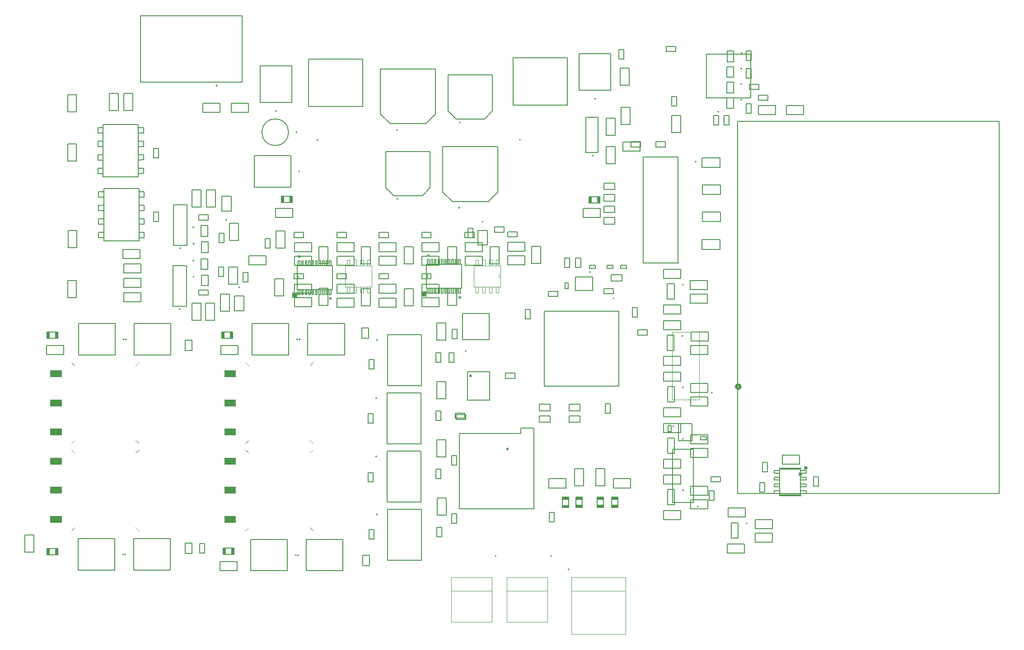
<source format=gbr>
%TF.GenerationSoftware,Altium Limited,Altium Designer,22.2.1 (43)*%
G04 Layer_Color=16711935*
%FSLAX44Y44*%
%MOMM*%
%TF.SameCoordinates,040CE2E0-B857-4D47-B26F-9B72162B56B4*%
%TF.FilePolarity,Positive*%
%TF.FileFunction,Other,Mechanical_13*%
%TF.Part,Single*%
G01*
G75*
%TA.AperFunction,NonConductor*%
%ADD95C,0.2000*%
%ADD96C,0.5080*%
%ADD97C,0.3000*%
%ADD98C,0.1270*%
%ADD144C,0.1524*%
%ADD146C,0.0508*%
%ADD183C,0.0000*%
%ADD184C,0.1000*%
%ADD186C,0.2649*%
G36*
X770730Y964280D02*
X765730D01*
Y976280D01*
X770730D01*
Y964280D01*
D02*
G37*
G36*
X755730D02*
X750730D01*
Y976280D01*
X755730D01*
Y964280D01*
D02*
G37*
G36*
X1347310Y963010D02*
X1342310D01*
Y975010D01*
X1347310D01*
Y963010D01*
D02*
G37*
G36*
X1332310D02*
X1327310D01*
Y975010D01*
X1332310D01*
Y963010D01*
D02*
G37*
G36*
X658970Y709010D02*
X653970D01*
Y721010D01*
X658970D01*
Y709010D01*
D02*
G37*
G36*
X643970D02*
X638970D01*
Y721010D01*
X643970D01*
Y709010D01*
D02*
G37*
G36*
X331310D02*
X326310D01*
Y721010D01*
X331310D01*
Y709010D01*
D02*
G37*
G36*
X316310D02*
X311310D01*
Y721010D01*
X316310D01*
Y709010D01*
D02*
G37*
G36*
X665480Y636270D02*
X643890D01*
Y648970D01*
X665480D01*
Y636270D01*
D02*
G37*
G36*
X339090D02*
X317500D01*
Y648970D01*
X339090D01*
Y636270D01*
D02*
G37*
G36*
X665480Y581660D02*
X643890D01*
Y594360D01*
X665480D01*
Y581660D01*
D02*
G37*
G36*
X339090D02*
X317500D01*
Y594360D01*
X339090D01*
Y581660D01*
D02*
G37*
G36*
X665480Y527050D02*
X643890D01*
Y539750D01*
X665480D01*
Y527050D01*
D02*
G37*
G36*
X339090D02*
X317500D01*
Y539750D01*
X339090D01*
Y527050D01*
D02*
G37*
G36*
X665480Y472440D02*
X643890D01*
Y485140D01*
X665480D01*
Y472440D01*
D02*
G37*
G36*
X339090D02*
X317500D01*
Y485140D01*
X339090D01*
Y472440D01*
D02*
G37*
G36*
X665480Y417830D02*
X643890D01*
Y430530D01*
X665480D01*
Y417830D01*
D02*
G37*
G36*
X339090D02*
X317500D01*
Y430530D01*
X339090D01*
Y417830D01*
D02*
G37*
G36*
X1381410Y406430D02*
X1369410D01*
Y411430D01*
X1381410D01*
Y406430D01*
D02*
G37*
G36*
X1314910D02*
X1302910D01*
Y411430D01*
X1314910D01*
Y406430D01*
D02*
G37*
G36*
X1354740Y406430D02*
X1342740D01*
Y411430D01*
X1354740D01*
Y406430D01*
D02*
G37*
G36*
X1289510Y406320D02*
X1277510D01*
Y411320D01*
X1289510D01*
Y406320D01*
D02*
G37*
G36*
X1381410Y391430D02*
X1369410D01*
Y396430D01*
X1381410D01*
Y391430D01*
D02*
G37*
G36*
X1314910D02*
X1302910D01*
Y396430D01*
X1314910D01*
Y391430D01*
D02*
G37*
G36*
X1354740Y391430D02*
X1342740D01*
Y396430D01*
X1354740D01*
Y391430D01*
D02*
G37*
G36*
X1289510Y391320D02*
X1277510D01*
Y396320D01*
X1289510D01*
Y391320D01*
D02*
G37*
G36*
X665480Y363220D02*
X643890D01*
Y375920D01*
X665480D01*
Y363220D01*
D02*
G37*
G36*
X339090D02*
X317500D01*
Y375920D01*
X339090D01*
Y363220D01*
D02*
G37*
G36*
X661510Y303880D02*
X656510D01*
Y315880D01*
X661510D01*
Y303880D01*
D02*
G37*
G36*
X646510D02*
X641510D01*
Y315880D01*
X646510D01*
Y303880D01*
D02*
G37*
G36*
X331420Y302610D02*
X326420D01*
Y314610D01*
X331420D01*
Y302610D01*
D02*
G37*
G36*
X316420D02*
X311420D01*
Y314610D01*
X316420D01*
Y302610D01*
D02*
G37*
D95*
X1504400Y423949D02*
G03*
X1504400Y423949I-1000J0D01*
G01*
X1623780Y361719D02*
G03*
X1623780Y361719I-1000J0D01*
G01*
X1374180Y784010D02*
G03*
X1374180Y784010I-1000J0D01*
G01*
X1528260Y1040960D02*
G03*
X1528260Y1040960I-1000J0D01*
G01*
X1290130Y275590D02*
G03*
X1290130Y275590I-1000J0D01*
G01*
X1128760Y928040D02*
G03*
X1128760Y928040I-1000J0D01*
G01*
X630310Y1183710D02*
G03*
X630310Y1183710I-1000J0D01*
G01*
X1257180Y300450D02*
G03*
X1257180Y300450I-1000J0D01*
G01*
X1153040D02*
G03*
X1153040Y300450I-1000J0D01*
G01*
X1097060Y685020D02*
G03*
X1097060Y685020I-1000J0D01*
G01*
X930710Y706020D02*
G03*
X930710Y706020I-1000J0D01*
G01*
X1504320Y520468D02*
G03*
X1504320Y520468I-1000J0D01*
G01*
Y616988D02*
G03*
X1504320Y616988I-1000J0D01*
G01*
X1503490Y713508D02*
G03*
X1503490Y713508I-1000J0D01*
G01*
X1503960Y810029D02*
G03*
X1503960Y810029I-1000J0D01*
G01*
X1614284Y1244900D02*
G03*
X1614284Y1244900I-1000J0D01*
G01*
X587060Y824380D02*
G03*
X587060Y824380I-1000J0D01*
G01*
X586500Y854860D02*
G03*
X586500Y854860I-1000J0D01*
G01*
X587060Y886610D02*
G03*
X587060Y886610I-1000J0D01*
G01*
X586500Y917240D02*
G03*
X586500Y917240I-1000J0D01*
G01*
X1570720Y1134520D02*
G03*
X1570720Y1134520I-1000J0D01*
G01*
X785060Y1022350D02*
G03*
X785060Y1022350I-1000J0D01*
G01*
X1084900Y954270D02*
G03*
X1084900Y954270I-1000J0D01*
G01*
X969060Y970540D02*
G03*
X969060Y970540I-1000J0D01*
G01*
X1335770Y1051820D02*
G03*
X1335770Y1051820I-1000J0D01*
G01*
X1339580Y1159040D02*
G03*
X1339580Y1159040I-1000J0D01*
G01*
X1558760Y607060D02*
G03*
X1558760Y607060I-1000J0D01*
G01*
X1486490Y544400D02*
G03*
X1486490Y544400I-1000J0D01*
G01*
X1532180Y393300D02*
G03*
X1532180Y393300I-1000J0D01*
G01*
X672830Y804850D02*
G03*
X672830Y804850I-1000J0D01*
G01*
X561070Y764020D02*
G03*
X561070Y764020I-1000J0D01*
G01*
X562340Y878320D02*
G03*
X562340Y878320I-1000J0D01*
G01*
X648700Y931750D02*
G03*
X648700Y931750I-1000J0D01*
G01*
X1198710Y1082210D02*
G03*
X1198710Y1082210I-1000J0D01*
G01*
X1085900Y1114050D02*
G03*
X1085900Y1114050I-1000J0D01*
G01*
X968060Y1100420D02*
G03*
X968060Y1100420I-1000J0D01*
G01*
X819170Y1081440D02*
G03*
X819170Y1081440I-1000J0D01*
G01*
X779770Y1096010D02*
G03*
X779770Y1096010I-1000J0D01*
G01*
X741410Y1136180D02*
G03*
X741410Y1136180I-1000J0D01*
G01*
X460270Y707390D02*
G03*
X460270Y707390I-1000J0D01*
G01*
X456130D02*
G03*
X456130Y707390I-1000J0D01*
G01*
X782850Y302260D02*
G03*
X782850Y302260I-1000J0D01*
G01*
X778710D02*
G03*
X778710Y302260I-1000J0D01*
G01*
X459000Y303530D02*
G03*
X459000Y303530I-1000J0D01*
G01*
X454860D02*
G03*
X454860Y303530I-1000J0D01*
G01*
X929440Y596800D02*
G03*
X929440Y596800I-1000J0D01*
G01*
Y487580D02*
G03*
X929440Y487580I-1000J0D01*
G01*
X930710Y378360D02*
G03*
X930710Y378360I-1000J0D01*
G01*
X1613724Y1157120D02*
G03*
X1613724Y1157120I-1000J0D01*
G01*
Y1186330D02*
G03*
X1613724Y1186330I-1000J0D01*
G01*
Y1215540D02*
G03*
X1613724Y1215540I-1000J0D01*
G01*
X1330260Y833530D02*
G03*
X1330260Y833530I-1000J0D01*
G01*
X781250Y707390D02*
G03*
X781250Y707390I-1000J0D01*
G01*
X785630D02*
G03*
X785630Y707390I-1000J0D01*
G01*
X1327310Y975010D02*
X1347310D01*
Y963010D02*
Y975010D01*
X1327310Y963010D02*
X1347310D01*
X1327310D02*
Y975010D01*
X750730Y964280D02*
Y976280D01*
Y964280D02*
X770730D01*
Y976280D01*
X750730D02*
X770730D01*
X658970Y709010D02*
Y721010D01*
X638970D02*
X658970D01*
X638970Y709010D02*
Y721010D01*
Y709010D02*
X658970D01*
X331310D02*
Y721010D01*
X311310D02*
X331310D01*
X311310Y709010D02*
Y721010D01*
Y709010D02*
X331310D01*
X311420Y302610D02*
X331420D01*
X311420D02*
Y314610D01*
X331420D01*
Y302610D02*
Y314610D01*
X641510Y303880D02*
X661510D01*
X641510D02*
Y315880D01*
X661510D01*
Y303880D02*
Y315880D01*
X1369411Y391430D02*
X1381411D01*
Y411430D01*
X1369411D02*
X1381411D01*
X1369411Y391430D02*
Y411430D01*
X1342740Y391430D02*
X1354740D01*
Y411430D01*
X1342740D02*
X1354740D01*
X1342740Y391430D02*
Y411430D01*
X1302910Y391430D02*
X1314910D01*
Y411430D01*
X1302910D02*
X1314910D01*
X1302910Y391430D02*
Y411430D01*
X1277510Y391320D02*
X1289510D01*
Y411320D01*
X1277510D02*
X1289510D01*
X1277510Y391320D02*
Y411320D01*
D96*
X1607058Y622300D02*
G03*
X1607058Y614680I0J-3810D01*
G01*
D02*
G03*
X1607058Y622300I0J3810D01*
G01*
D97*
X1106210Y638760D02*
G03*
X1106210Y638760I-1000J0D01*
G01*
X1175430Y501820D02*
G03*
X1175430Y501820I-1000J0D01*
G01*
D98*
X764140Y1096010D02*
G03*
X764140Y1096010I-25000J0D01*
G01*
X1516890Y817490D02*
X1548890D01*
X1516890Y800490D02*
X1548890Y800490D01*
Y817490D01*
X1516890D02*
X1516890Y800490D01*
X1516890Y792090D02*
X1548890Y792090D01*
X1516890Y775090D02*
X1548890D01*
X1548890Y792090D02*
X1548890Y775090D01*
X1516890D02*
Y792090D01*
X1518160Y527930D02*
X1550160D01*
X1518160Y510930D02*
X1550160D01*
Y527930D01*
X1518160Y510930D02*
Y527930D01*
Y502530D02*
X1550160D01*
X1518160Y485530D02*
X1550160D01*
Y502530D01*
X1518160Y485530D02*
Y502530D01*
X1518160Y599050D02*
X1550160D01*
X1518160Y582050D02*
X1550160Y582050D01*
Y599050D01*
X1518160Y582050D02*
X1518160Y599050D01*
X1518160Y624450D02*
X1550160D01*
X1518160Y607450D02*
X1550160D01*
Y624450D01*
X1518160Y607450D02*
Y624450D01*
Y695570D02*
X1550160D01*
X1518160Y678570D02*
X1550160D01*
Y695570D01*
X1518160Y678570D02*
Y695570D01*
X1518600Y720970D02*
X1550600D01*
X1518600Y703970D02*
X1550600D01*
Y720970D01*
X1518600Y703970D02*
Y720970D01*
X1487400Y396449D02*
Y425449D01*
X1474400D02*
X1487400D01*
X1474400Y396449D02*
Y425449D01*
Y396449D02*
X1487400D01*
X1606780Y334219D02*
Y363219D01*
X1593780D02*
X1606780D01*
X1593780Y334219D02*
Y363219D01*
Y334219D02*
X1606780D01*
X1467360Y453000D02*
X1499360D01*
X1467360Y436000D02*
X1499360D01*
Y453000D01*
X1467360Y436000D02*
Y453000D01*
X1518160Y431410D02*
X1550160D01*
X1518160Y414410D02*
X1550160D01*
Y431410D01*
X1518160Y414410D02*
Y431410D01*
Y406010D02*
X1550160D01*
X1518160Y389010D02*
X1550160D01*
Y406010D01*
X1518160Y389010D02*
Y406010D01*
X1588010Y390770D02*
X1620010D01*
X1588010Y373770D02*
X1620010D01*
Y390770D01*
X1588010Y373770D02*
Y390770D01*
X1586740Y323460D02*
X1618740D01*
X1586740Y306460D02*
X1618740D01*
Y323460D01*
X1586740Y306460D02*
Y323460D01*
X1638810Y343780D02*
X1670810D01*
X1638810Y326780D02*
X1670810D01*
X1670810Y343780D01*
X1638810D02*
X1638810Y326780D01*
X1638810Y369180D02*
X1670810Y369180D01*
X1638810Y352180D02*
X1670810Y352180D01*
X1670810Y369180D02*
X1670810Y352180D01*
X1638810Y369180D02*
X1638810Y352180D01*
X1467360Y385690D02*
X1499360D01*
X1467360Y368690D02*
X1499360D01*
Y385690D01*
X1467360Y368690D02*
Y385690D01*
X1243180Y619610D02*
Y759610D01*
X1383180Y619610D02*
Y759610D01*
X1243180Y619610D02*
X1383180D01*
X1243180Y759610D02*
X1383180D01*
X1493760Y850760D02*
Y1049160D01*
X1428760Y850760D02*
X1493760D01*
X1428760D02*
Y1049160D01*
X1493760D01*
X1467360Y578730D02*
X1499360D01*
X1467360Y561730D02*
X1499360D01*
Y578730D01*
X1467360Y561730D02*
Y578730D01*
Y675250D02*
X1499360D01*
X1467360Y658250D02*
X1499360D01*
Y675250D01*
X1467360Y658250D02*
Y675250D01*
X1109700Y897980D02*
Y915580D01*
X1100100Y897980D02*
Y915580D01*
X1109700D01*
X1100100Y897980D02*
X1109700D01*
X1136760Y884140D02*
Y911640D01*
X1118760Y884140D02*
X1136760D01*
X1118760D02*
Y911640D01*
X1136760D01*
X1150710Y908330D02*
Y917930D01*
X1168310Y908330D02*
Y917930D01*
X1150710D02*
X1168310D01*
X1150710Y908330D02*
X1168310D01*
X486410Y1314710D02*
X676910D01*
X486410Y1189710D02*
Y1314710D01*
Y1189710D02*
X676910D01*
Y1314710D01*
X1045970Y871610D02*
Y888610D01*
X1013970Y871610D02*
Y888610D01*
X1045970D01*
X1013970Y871610D02*
X1045970D01*
X1140060Y707020D02*
Y756020D01*
X1090060Y707020D02*
X1140060D01*
X1090060D02*
Y756020D01*
X1140060D01*
X949960Y715970D02*
X1013460D01*
Y620070D02*
Y715970D01*
X949960Y620070D02*
X1013460D01*
X949960D02*
Y715970D01*
X1573440Y439700D02*
Y449300D01*
X1555840Y439700D02*
Y449300D01*
Y439700D02*
X1573440D01*
X1555840Y449300D02*
X1573440D01*
X1290480Y551280D02*
X1310480D01*
X1290480Y563780D02*
X1310480D01*
Y551280D02*
Y563780D01*
X1290480Y551280D02*
Y563780D01*
Y585370D02*
X1310480D01*
X1290480Y572870D02*
X1310480D01*
X1290480D02*
Y585370D01*
X1310480Y572870D02*
Y585370D01*
X1234280D02*
X1254280D01*
X1234280Y572870D02*
X1254280D01*
X1234280D02*
Y585370D01*
X1254280Y572870D02*
Y585370D01*
X1234280Y551280D02*
X1254280D01*
X1234280Y563780D02*
X1254280D01*
Y551280D02*
Y563780D01*
X1234280Y551280D02*
Y563780D01*
X1689610Y472830D02*
Y489830D01*
X1721610Y472830D02*
Y489830D01*
X1689610Y472830D02*
X1721610D01*
X1689610Y489830D02*
X1721610D01*
X1652550Y458560D02*
X1662150D01*
X1652550Y476160D02*
X1662150D01*
Y458560D02*
Y476160D01*
X1652550Y458560D02*
Y476160D01*
X1647470Y438060D02*
X1657070D01*
X1647470Y420460D02*
X1657070D01*
X1647470D02*
Y438060D01*
X1657070Y420460D02*
Y438060D01*
X1747800Y449490D02*
X1757400D01*
X1747800Y431890D02*
X1757400D01*
X1747800D02*
Y449490D01*
X1757400Y431890D02*
Y449490D01*
X1474320Y492969D02*
X1487320D01*
X1474320D02*
Y521968D01*
X1487320D01*
Y492969D02*
Y521968D01*
X1467360Y532520D02*
Y549520D01*
X1499360Y532520D02*
Y549520D01*
X1467360Y532520D02*
X1499360D01*
X1467360Y549520D02*
X1499360D01*
X1467360Y465210D02*
Y482210D01*
X1499360Y465210D02*
Y482210D01*
X1467360Y465210D02*
X1499360D01*
X1467360Y482210D02*
X1499360D01*
X1474320Y589489D02*
X1487320D01*
X1474320D02*
Y618488D01*
X1487320D01*
Y589489D02*
Y618488D01*
X1467360Y629040D02*
Y646040D01*
X1499360Y629040D02*
Y646040D01*
X1467360Y629040D02*
X1499360D01*
X1467360Y646040D02*
X1499360D01*
X1473490Y686009D02*
X1486490D01*
X1473490D02*
Y715008D01*
X1486490D01*
Y686009D02*
Y715008D01*
X1467360Y725560D02*
Y742560D01*
X1499360Y725560D02*
Y742560D01*
X1467360Y725560D02*
X1499360D01*
X1467360Y742560D02*
X1499360D01*
X1473960Y782529D02*
X1486960D01*
X1473960D02*
Y811529D01*
X1486960D01*
Y782529D02*
Y811529D01*
X1467360Y822080D02*
Y839080D01*
X1499360Y822080D02*
Y839080D01*
X1467360Y822080D02*
X1499360D01*
X1467360Y839080D02*
X1499360D01*
X1467360Y754770D02*
Y771770D01*
X1499360Y754770D02*
Y771770D01*
X1467360Y754770D02*
X1499360D01*
X1467360Y771770D02*
X1499360D01*
X1070890Y726350D02*
X1080490D01*
X1070890Y708750D02*
X1080490D01*
X1070890D02*
Y726350D01*
X1080490Y708750D02*
Y726350D01*
X1077050Y568680D02*
X1094650D01*
X1077050Y559080D02*
X1094650D01*
Y568680D01*
X1077050Y559080D02*
Y568680D01*
X520420Y928460D02*
Y946060D01*
X510820Y928460D02*
Y946060D01*
Y928460D02*
X520420D01*
X510820Y946060D02*
X520420D01*
Y1047840D02*
Y1065440D01*
X510820Y1047840D02*
Y1065440D01*
Y1047840D02*
X520420D01*
X510820Y1065440D02*
X520420D01*
X1538750Y876190D02*
X1572750D01*
X1538750Y894190D02*
X1572750D01*
X1538750Y876190D02*
Y894190D01*
X1572750Y876190D02*
Y894190D01*
X1540020Y928260D02*
X1574020D01*
X1540020Y946260D02*
X1574020D01*
X1540020Y928260D02*
Y946260D01*
X1574020Y928260D02*
Y946260D01*
X1538710Y1029860D02*
X1572710D01*
X1538710Y1047860D02*
X1572710D01*
X1538710Y1029860D02*
Y1047860D01*
X1572710Y1029860D02*
Y1047860D01*
X1540020Y979060D02*
X1574020D01*
X1540020Y997060D02*
X1574020D01*
X1540020Y979060D02*
Y997060D01*
X1574020Y979060D02*
Y997060D01*
X1359290Y1036830D02*
Y1068830D01*
X1376290Y1036830D02*
Y1068830D01*
X1359290D02*
X1376290D01*
X1359290Y1036830D02*
X1376290D01*
X1375570Y988160D02*
Y1000660D01*
X1355570Y988160D02*
Y1000660D01*
X1375570D01*
X1355570Y988160D02*
X1375570D01*
X1375250Y966570D02*
Y979070D01*
X1355250Y966570D02*
Y979070D01*
X1375250D01*
X1355250Y966570D02*
X1375250D01*
Y944980D02*
Y957480D01*
X1355250Y944980D02*
Y957480D01*
X1375250D01*
X1355250Y944980D02*
X1375250D01*
Y923390D02*
Y935890D01*
X1355250Y923390D02*
Y935890D01*
X1375250D01*
X1355250Y923390D02*
X1375250D01*
X1391160Y1077840D02*
X1423160D01*
X1391160Y1060840D02*
X1423160D01*
Y1077840D01*
X1391160Y1060840D02*
Y1077840D01*
X1387230Y1110490D02*
Y1142490D01*
X1404230Y1110490D02*
Y1142490D01*
X1387230D02*
X1404230D01*
X1387230Y1110490D02*
X1404230D01*
X1472020Y1247420D02*
Y1257020D01*
X1489620Y1247420D02*
Y1257020D01*
X1472020Y1247420D02*
X1489620D01*
X1472020Y1257020D02*
X1489620D01*
X1631670Y1230720D02*
Y1248320D01*
X1622070Y1230720D02*
Y1248320D01*
Y1230720D02*
X1631670D01*
X1622070Y1248320D02*
X1631670D01*
X1622070Y1197700D02*
X1631670D01*
X1622070Y1215300D02*
X1631670D01*
Y1197700D02*
Y1215300D01*
X1622070Y1197700D02*
Y1215300D01*
X1645830Y1176300D02*
Y1185900D01*
X1628230Y1176300D02*
Y1185900D01*
X1645830D01*
X1628230Y1176300D02*
X1645830D01*
X1622070Y1149260D02*
X1631670D01*
X1622070Y1131660D02*
X1631670D01*
X1622070D02*
Y1149260D01*
X1631670Y1131660D02*
Y1149260D01*
X1598534Y1228400D02*
Y1248400D01*
X1586034D02*
X1598534D01*
X1586034Y1228400D02*
Y1248400D01*
Y1228400D02*
X1598534D01*
X775210Y871610D02*
X807210D01*
X775210Y888610D02*
X807210D01*
X775210Y871610D02*
Y888610D01*
X807210Y871610D02*
Y888610D01*
X965960Y846210D02*
Y863210D01*
X933960Y846210D02*
Y863210D01*
X965960D01*
X933960Y846210D02*
X965960D01*
X1045970D02*
Y863210D01*
X1013970Y846210D02*
Y863210D01*
X1045970D01*
X1013970Y846210D02*
X1045970D01*
X1175260Y872880D02*
X1207260D01*
X1175260Y889880D02*
X1207260D01*
X1175260Y872880D02*
Y889880D01*
X1207260Y872880D02*
Y889880D01*
X1095250Y871610D02*
X1127250D01*
X1095250Y888610D02*
X1127250D01*
X1095250Y871610D02*
Y888610D01*
X1127250Y871610D02*
Y888610D01*
X933960Y871610D02*
X965960D01*
X933960Y888610D02*
X965960D01*
X933960Y871610D02*
Y888610D01*
X965960Y871610D02*
Y888610D01*
X854780Y871610D02*
X886780D01*
X854780Y888610D02*
X886780D01*
X854780Y871610D02*
Y888610D01*
X886780Y871610D02*
Y888610D01*
X1192570Y899440D02*
Y909040D01*
X1174970Y899440D02*
Y909040D01*
X1192570D01*
X1174970Y899440D02*
X1192570D01*
X1112430Y898170D02*
Y907770D01*
X1094830Y898170D02*
Y907770D01*
X1112430D01*
X1094830Y898170D02*
X1112430D01*
X1031280D02*
Y907770D01*
X1013680Y898170D02*
Y907770D01*
X1031280D01*
X1013680Y898170D02*
X1031280D01*
X951140D02*
Y907770D01*
X933540Y898170D02*
Y907770D01*
X951140D01*
X933540Y898170D02*
X951140D01*
X872400D02*
Y907770D01*
X854800Y898170D02*
Y907770D01*
X872400D01*
X854800Y898170D02*
X872400D01*
X792390D02*
Y907770D01*
X774790Y898170D02*
Y907770D01*
X792390D01*
X774790Y898170D02*
X792390D01*
X1219590Y850140D02*
Y882140D01*
X1236590Y850140D02*
Y882140D01*
X1219590D02*
X1236590D01*
X1219590Y850140D02*
X1236590D01*
X1142120Y848870D02*
Y880870D01*
X1159120Y848870D02*
Y880870D01*
X1142120D02*
X1159120D01*
X1142120Y848870D02*
X1159120D01*
X1062110D02*
Y880870D01*
X1079110Y848870D02*
Y880870D01*
X1062110D02*
X1079110D01*
X1062110Y848870D02*
X1079110D01*
X980830D02*
Y880870D01*
X997830Y848870D02*
Y880870D01*
X980830D02*
X997830D01*
X980830Y848870D02*
X997830D01*
X900820D02*
Y880870D01*
X917820Y848870D02*
Y880870D01*
X900820D02*
X917820D01*
X900820Y848870D02*
X917820D01*
X886780Y846210D02*
Y863210D01*
X854780Y846210D02*
Y863210D01*
X886780D01*
X854780Y846210D02*
X886780D01*
X820810Y849310D02*
Y881310D01*
X837810Y849310D02*
Y881310D01*
X820810D02*
X837810D01*
X820810Y849310D02*
X837810D01*
X807210Y846210D02*
Y863210D01*
X775210Y846210D02*
Y863210D01*
X807210D01*
X775210Y846210D02*
X807210D01*
X933960Y794140D02*
X965960D01*
X933960Y811140D02*
X965960D01*
X933960Y794140D02*
Y811140D01*
X965960Y794140D02*
Y811140D01*
X854780Y794140D02*
X886780D01*
X854780Y811140D02*
X886780D01*
X854780Y794140D02*
Y811140D01*
X886780Y794140D02*
Y811140D01*
X792390Y820700D02*
Y830300D01*
X774790Y820700D02*
Y830300D01*
X792390D01*
X774790Y820700D02*
X792390D01*
X872400D02*
Y830300D01*
X854800Y820700D02*
Y830300D01*
X872400D01*
X854800Y820700D02*
X872400D01*
X775210Y794140D02*
X807210D01*
X775210Y811140D02*
X807210D01*
X775210Y794140D02*
Y811140D01*
X807210Y794140D02*
Y811140D01*
Y768740D02*
Y785740D01*
X775210Y768740D02*
Y785740D01*
X807210D01*
X775210Y768740D02*
X807210D01*
X820810Y771400D02*
Y803400D01*
X837810Y771400D02*
Y803400D01*
X820810D02*
X837810D01*
X820810Y771400D02*
X837810D01*
X886780Y767470D02*
Y784470D01*
X854780Y767470D02*
Y784470D01*
X886780D01*
X854780Y767470D02*
X886780D01*
X900820Y770130D02*
Y802130D01*
X917820Y770130D02*
Y802130D01*
X900820D02*
X917820D01*
X900820Y770130D02*
X917820D01*
X965960Y767470D02*
Y784470D01*
X933960Y767470D02*
Y784470D01*
X965960D01*
X933960Y767470D02*
X965960D01*
X980830Y770130D02*
Y802130D01*
X997830Y770130D02*
Y802130D01*
X980830D02*
X997830D01*
X980830Y770130D02*
X997830D01*
X1013970Y794140D02*
X1045970D01*
X1013970Y811140D02*
X1045970D01*
X1013970Y794140D02*
Y811140D01*
X1045970Y794140D02*
Y811140D01*
X1031280Y820700D02*
Y830300D01*
X1013680Y820700D02*
Y830300D01*
X1031280D01*
X1013680Y820700D02*
X1031280D01*
X1062110Y771400D02*
Y803400D01*
X1079110Y771400D02*
Y803400D01*
X1062110D02*
X1079110D01*
X1062110Y771400D02*
X1079110D01*
X1013970Y768740D02*
X1045970D01*
X1013970Y785740D02*
X1045970D01*
X1013970Y768740D02*
Y785740D01*
X1045970Y768740D02*
Y785740D01*
X1078320Y556540D02*
Y566140D01*
X1095920Y556540D02*
Y566140D01*
X1078320D02*
X1095920D01*
X1078320Y556540D02*
X1095920D01*
X738260Y789180D02*
X755260D01*
X738260Y821180D02*
X755260D01*
X738260Y789180D02*
Y821180D01*
X755260Y789180D02*
Y821180D01*
X678460Y815430D02*
X688060D01*
X678460Y833030D02*
X688060D01*
X678460Y815430D02*
Y833030D01*
X688060Y815430D02*
Y833030D01*
X651900Y810770D02*
Y842770D01*
X668900Y810770D02*
Y842770D01*
X651900Y810770D02*
X668900D01*
X651900Y842770D02*
X668900D01*
X632740Y825590D02*
X642340D01*
X632740Y843190D02*
X642340D01*
X632740Y825590D02*
Y843190D01*
X642340Y825590D02*
Y843190D01*
X690120Y847480D02*
Y864480D01*
X722120Y847480D02*
Y864480D01*
X690120D02*
X722120D01*
X690120Y847480D02*
X722120D01*
X740800Y878910D02*
X757800D01*
X740800Y910910D02*
X757800D01*
X740800Y878910D02*
Y910910D01*
X757800Y878910D02*
Y910910D01*
X720370Y896530D02*
X729970D01*
X720370Y878930D02*
X729970D01*
Y896530D01*
X720370Y878930D02*
Y896530D01*
X653170Y893320D02*
X670170D01*
X653170Y925320D02*
X670170D01*
X653170Y893320D02*
Y925320D01*
X670170Y893320D02*
Y925320D01*
X600810Y807880D02*
X613310D01*
Y827880D01*
X600810D02*
X613310D01*
X600810Y807880D02*
Y827880D01*
X600250Y838360D02*
X612750D01*
Y858360D01*
X600250D02*
X612750D01*
X600250Y838360D02*
Y858360D01*
X600810Y870110D02*
X613310D01*
Y890110D01*
X600810D02*
X613310D01*
X600810Y870110D02*
Y890110D01*
X600250Y900740D02*
X612750D01*
Y920740D01*
X600250D02*
X612750D01*
X600250Y900740D02*
Y920740D01*
X634010Y889090D02*
X643610D01*
X634010Y906690D02*
X643610D01*
X634010Y889090D02*
Y906690D01*
X643610Y889090D02*
Y906690D01*
X595720Y931190D02*
Y940790D01*
X613320Y931190D02*
Y940790D01*
X595720D02*
X613320D01*
X595720Y931190D02*
X613320D01*
X1547495Y1160145D02*
X1630045D01*
Y1242695D01*
X1547495D02*
X1630045D01*
X1547495Y1160145D02*
Y1242695D01*
X1662470Y1155980D02*
Y1165580D01*
X1644870Y1155980D02*
Y1165580D01*
Y1155980D02*
X1662470D01*
X1644870Y1165580D02*
X1662470D01*
X1729230Y1129420D02*
Y1146420D01*
X1697230Y1129420D02*
Y1146420D01*
Y1129420D02*
X1729230D01*
X1697230Y1146420D02*
X1729230D01*
X1645160Y1129420D02*
Y1146420D01*
X1677160Y1129420D02*
Y1146420D01*
X1645160D02*
X1677160D01*
X1645160Y1129420D02*
X1677160D01*
X1589760Y1110070D02*
Y1127670D01*
X1580160Y1110070D02*
Y1127670D01*
X1589760D01*
X1580160Y1110070D02*
X1589760D01*
X1570710D02*
Y1127670D01*
X1561110Y1110070D02*
Y1127670D01*
X1570710D01*
X1561110Y1110070D02*
X1570710D01*
X771650Y936380D02*
Y953380D01*
X739650Y936380D02*
Y953380D01*
Y936380D02*
X771650D01*
X739650Y953380D02*
X771650D01*
X768435Y992850D02*
Y1051850D01*
X699685D02*
X768435D01*
X699685Y992850D02*
Y1051850D01*
Y992850D02*
X768435D01*
X1071400Y965770D02*
X1138400D01*
X1156400Y983770D01*
Y1068770D01*
X1053400D02*
X1156400D01*
X1053400Y983770D02*
Y1068770D01*
Y983770D02*
X1071400Y965770D01*
X961560Y977040D02*
X1014560D01*
X1029560Y992040D01*
Y1060040D01*
X946560D02*
X1029560D01*
X946560Y992040D02*
Y1060040D01*
Y992040D02*
X961560Y977040D01*
X1482480Y1095250D02*
X1499480D01*
X1482480Y1127250D02*
X1499480D01*
X1482480Y1095250D02*
Y1127250D01*
X1499480Y1095250D02*
Y1127250D01*
X1470570Y1068350D02*
Y1077950D01*
X1452970Y1068350D02*
Y1077950D01*
Y1068350D02*
X1470570D01*
X1452970Y1077950D02*
X1470570D01*
X1405980Y1068350D02*
Y1077950D01*
X1423580Y1068350D02*
Y1077950D01*
X1405980D02*
X1423580D01*
X1405980Y1068350D02*
X1423580D01*
X1359290Y1090170D02*
X1376290D01*
X1359290Y1122170D02*
X1376290D01*
X1359290Y1090170D02*
Y1122170D01*
X1376290Y1090170D02*
Y1122170D01*
X1321420Y1057930D02*
X1344420D01*
Y1123930D01*
X1321420D02*
X1344420D01*
X1321420Y1057930D02*
Y1123930D01*
X1357910Y569050D02*
Y586650D01*
X1367510Y569050D02*
Y586650D01*
X1357910Y569050D02*
X1367510D01*
X1357910Y586650D02*
X1367510D01*
X1385960Y1216150D02*
X1402960D01*
X1385960Y1184150D02*
X1402960D01*
Y1216150D01*
X1385960Y1184150D02*
Y1216150D01*
X1383310Y1233260D02*
X1392910D01*
X1383310Y1250860D02*
X1392910D01*
X1383310Y1233260D02*
Y1250860D01*
X1392910Y1233260D02*
Y1250860D01*
X1309080Y1174665D02*
Y1243415D01*
X1368080D01*
Y1174665D02*
Y1243415D01*
X1309080Y1174665D02*
X1368080D01*
X1482370Y1163230D02*
X1491970D01*
X1482370Y1145630D02*
X1491970D01*
Y1163230D01*
X1482370Y1145630D02*
Y1163230D01*
X1316230Y936380D02*
Y953380D01*
X1348230Y936380D02*
Y953380D01*
X1316230D02*
X1348230D01*
X1316230Y936380D02*
X1348230D01*
X1251040Y797280D02*
X1268640D01*
X1251040Y787680D02*
X1268640D01*
X1251040D02*
Y797280D01*
X1268640Y787680D02*
Y797280D01*
X1282240Y813320D02*
X1288240D01*
X1282240Y802120D02*
X1288240D01*
Y813320D01*
X1282240Y802120D02*
Y813320D01*
X1339100Y840280D02*
Y846280D01*
X1327900Y840280D02*
Y846280D01*
Y840280D02*
X1339100D01*
X1327900Y846280D02*
X1339100D01*
X1311830Y841900D02*
Y859900D01*
X1301830Y841900D02*
Y859900D01*
Y841900D02*
X1311830D01*
X1301830Y859900D02*
X1311830D01*
X1281710Y859700D02*
X1291310D01*
X1281710Y842100D02*
X1291310D01*
Y859700D01*
X1281710Y842100D02*
Y859700D01*
X1360920Y840280D02*
Y846280D01*
X1372120Y840280D02*
Y846280D01*
X1360920D02*
X1372120D01*
X1360920Y840280D02*
X1372120D01*
X1397520D02*
Y846280D01*
X1386320Y840280D02*
Y846280D01*
Y840280D02*
X1397520D01*
X1386320Y846280D02*
X1397520D01*
X1369220Y816960D02*
X1389220D01*
X1369220Y828960D02*
X1389220D01*
Y816960D02*
Y828960D01*
X1369220Y816960D02*
Y828960D01*
X1355180Y792760D02*
X1372780D01*
X1355180Y802360D02*
X1372780D01*
Y792760D02*
Y802360D01*
X1355180Y792760D02*
Y802360D01*
X1408710Y749390D02*
Y766990D01*
X1418310Y749390D02*
Y766990D01*
X1408710Y749390D02*
X1418310D01*
X1408710Y766990D02*
X1418310D01*
X1418480Y715090D02*
X1436480D01*
X1418480Y725090D02*
X1436480D01*
X1418480Y715090D02*
Y725090D01*
X1436480Y715090D02*
Y725090D01*
X1494990Y549400D02*
X1519990D01*
Y517400D02*
Y549400D01*
X1494990Y517400D02*
Y549400D01*
Y517400D02*
X1519990D01*
X1475280Y534150D02*
X1481280D01*
X1475280Y545350D02*
X1481280D01*
X1475280Y534150D02*
Y545350D01*
X1481280Y534150D02*
Y545350D01*
X1547380Y518970D02*
Y524970D01*
X1536180Y518970D02*
Y524970D01*
Y518970D02*
X1547380D01*
X1536180Y524970D02*
X1547380D01*
X1484180Y500850D02*
X1523180D01*
X1484180Y400850D02*
Y500850D01*
Y400850D02*
X1523180D01*
Y500850D01*
X1552220Y422820D02*
X1561820D01*
X1552220Y405220D02*
X1561820D01*
Y422820D01*
X1552220Y405220D02*
Y422820D01*
X1099270Y593260D02*
Y646260D01*
Y593260D02*
X1141270D01*
Y646260D01*
X1099270D02*
X1141270D01*
X1171030Y634010D02*
X1188630D01*
X1171030Y643610D02*
X1188630D01*
Y634010D02*
Y643610D01*
X1171030Y634010D02*
Y643610D01*
X1041790Y738190D02*
X1058790D01*
X1041790Y706190D02*
X1058790D01*
Y738190D01*
X1041790Y706190D02*
Y738190D01*
X680830Y760950D02*
Y788450D01*
X662830Y760950D02*
X680830D01*
X662830D02*
Y788450D01*
X680830D01*
X636660Y759970D02*
X653660D01*
X636660Y791970D02*
X653660D01*
X636660Y759970D02*
Y791970D01*
X653660Y759970D02*
Y791970D01*
X608720Y743460D02*
Y775460D01*
X625720Y743460D02*
Y775460D01*
X608720Y743460D02*
X625720D01*
X608720Y775460D02*
X625720D01*
X583320D02*
X600320D01*
X583320Y743460D02*
X600320D01*
Y775460D01*
X583320Y743460D02*
Y775460D01*
X613320Y790220D02*
Y799820D01*
X595720Y790220D02*
Y799820D01*
Y790220D02*
X613320D01*
X595720Y799820D02*
X613320D01*
X547370Y769620D02*
X572770D01*
Y845820D01*
X547370D02*
X572770D01*
X547370Y769620D02*
Y845820D01*
X548640Y883920D02*
X574040D01*
Y960120D01*
X548640D02*
X574040D01*
X548640Y883920D02*
Y960120D01*
X638700Y948150D02*
Y975650D01*
X656700D01*
Y948150D02*
Y975650D01*
X638700Y948150D02*
X656700D01*
X609990Y955550D02*
X626990D01*
X609990Y987550D02*
X626990D01*
X609990Y955550D02*
Y987550D01*
X626990Y955550D02*
Y987550D01*
X583320Y955550D02*
X600320D01*
X583320Y987550D02*
X600320D01*
X583320Y955550D02*
Y987550D01*
X600320Y955550D02*
Y987550D01*
X1184910Y1235890D02*
X1286510D01*
Y1146680D02*
Y1235890D01*
X1184910Y1146680D02*
X1286510D01*
X1184910D02*
Y1235890D01*
X1078400Y1120550D02*
X1131400D01*
X1146400Y1135550D01*
Y1203550D01*
X1063400D02*
X1146400D01*
X1063400Y1135550D02*
Y1203550D01*
Y1135550D02*
X1078400Y1120550D01*
X954560Y1111920D02*
X1021560D01*
X1039560Y1129920D01*
Y1214920D01*
X936560D02*
X1039560D01*
X936560Y1129920D02*
Y1214920D01*
Y1129920D02*
X954560Y1111920D01*
X801370Y1144390D02*
X902970D01*
Y1233640D01*
X801370D02*
X902970D01*
X801370Y1144390D02*
Y1233640D01*
X710910Y1151805D02*
X769910D01*
Y1220555D01*
X710910D02*
X769910D01*
X710910Y1151805D02*
Y1220555D01*
X689100Y1133230D02*
Y1150230D01*
X657100Y1133230D02*
Y1150230D01*
Y1133230D02*
X689100D01*
X657100Y1150230D02*
X689100D01*
X635760Y1133230D02*
Y1150230D01*
X603760Y1133230D02*
Y1150230D01*
Y1133230D02*
X635760D01*
X603760Y1150230D02*
X635760D01*
X455050Y1169160D02*
X472050D01*
X455050Y1137160D02*
X472050D01*
Y1169160D01*
X455050Y1137160D02*
Y1169160D01*
X428380D02*
X445380D01*
X428380Y1137160D02*
X445380D01*
Y1169160D01*
X428380Y1137160D02*
Y1169160D01*
X366140Y1134620D02*
Y1166620D01*
X350140Y1134620D02*
Y1166620D01*
X366140D01*
X350140Y1134620D02*
X366140D01*
X350140Y1041910D02*
Y1073910D01*
X366140Y1041910D02*
Y1073910D01*
X350140Y1041910D02*
X366140D01*
X350140Y1073910D02*
X366140D01*
X367410Y879350D02*
Y911350D01*
X351410Y879350D02*
Y911350D01*
X367410D01*
X351410Y879350D02*
X367410D01*
X350140Y817370D02*
X366140D01*
X350140Y785370D02*
X366140D01*
Y817370D01*
X350140Y785370D02*
Y817370D01*
X637610Y678570D02*
Y695570D01*
X669610Y678570D02*
Y695570D01*
X637610D02*
X669610D01*
X637610Y678570D02*
X669610D01*
X570330Y685960D02*
Y705960D01*
X582830Y685960D02*
Y705960D01*
X570330Y685960D02*
X582830D01*
X570330Y705960D02*
X582830D01*
X474895Y736890D02*
X543645D01*
Y677890D02*
Y736890D01*
X474895Y677890D02*
X543645D01*
X474895D02*
Y736890D01*
X370755Y677890D02*
X439505D01*
X370755D02*
Y736890D01*
X439505D01*
Y677890D02*
Y736890D01*
X342390Y678570D02*
Y695570D01*
X310390Y678570D02*
Y695570D01*
Y678570D02*
X342390D01*
X310390Y695570D02*
X342390D01*
X269630Y307850D02*
Y339850D01*
X286630Y307850D02*
Y339850D01*
X269630Y307850D02*
X286630D01*
X269630Y339850D02*
X286630D01*
X903070Y282100D02*
Y302100D01*
X915570Y282100D02*
Y302100D01*
X903070Y282100D02*
X915570D01*
X903070Y302100D02*
X915570D01*
X797475Y272760D02*
Y331760D01*
Y272760D02*
X866225D01*
Y331760D01*
X797475D02*
X866225D01*
X762085Y272760D02*
Y331760D01*
X693335D02*
X762085D01*
X693335Y272760D02*
Y331760D01*
Y272760D02*
X762085D01*
X635510Y273440D02*
X667510D01*
X635510Y290440D02*
X667510D01*
Y273440D02*
Y290440D01*
X635510Y273440D02*
Y290440D01*
X606780Y306160D02*
Y323760D01*
X597180Y306160D02*
Y323760D01*
X606780D01*
X597180Y306160D02*
X606780D01*
X570330Y304960D02*
X582830D01*
X570330Y324960D02*
X582830D01*
X570330Y304960D02*
Y324960D01*
X582830Y304960D02*
Y324960D01*
X473625Y274030D02*
Y333030D01*
Y274030D02*
X542375D01*
Y333030D01*
X473625D02*
X542375D01*
X438235Y274030D02*
Y333030D01*
X369485D02*
X438235D01*
X369485Y274030D02*
Y333030D01*
Y274030D02*
X438235D01*
X1041790Y628140D02*
X1058790D01*
X1041790Y596140D02*
X1058790D01*
Y628140D01*
X1041790Y596140D02*
Y628140D01*
X1050010Y555080D02*
Y572680D01*
X1040410Y555080D02*
Y572680D01*
X1050010D01*
X1040410Y555080D02*
X1050010D01*
X948690Y606750D02*
X1012190D01*
Y510850D02*
Y606750D01*
X948690Y510850D02*
X1012190D01*
X948690D02*
Y606750D01*
X1041790Y518920D02*
X1058790D01*
X1041790Y486920D02*
X1058790D01*
Y518920D01*
X1041790Y486920D02*
Y518920D01*
X1069620Y488860D02*
X1079220D01*
X1069620Y471260D02*
X1079220D01*
Y488860D01*
X1069620Y471260D02*
Y488860D01*
X1040410Y445860D02*
X1050010D01*
X1040410Y463460D02*
X1050010D01*
X1040410Y445860D02*
Y463460D01*
X1050010Y445860D02*
Y463460D01*
X948690Y401630D02*
Y497530D01*
Y401630D02*
X1012190D01*
Y497530D01*
X948690D02*
X1012190D01*
X1041680Y336640D02*
X1051280D01*
X1041680Y354240D02*
X1051280D01*
X1041680Y336640D02*
Y354240D01*
X1051280Y336640D02*
Y354240D01*
X949960Y292410D02*
Y388310D01*
Y292410D02*
X1013460D01*
Y388310D01*
X949960D02*
X1013460D01*
X1043060Y409700D02*
X1060060D01*
X1043060Y377700D02*
X1060060D01*
Y409700D01*
X1043060Y377700D02*
Y409700D01*
X1069620Y379640D02*
X1079220D01*
X1069620Y362040D02*
X1079220D01*
Y379640D01*
X1069620Y362040D02*
Y379640D01*
X1252500Y364580D02*
Y382180D01*
X1262100Y364580D02*
Y382180D01*
X1252500Y364580D02*
X1262100D01*
X1252500Y382180D02*
X1262100D01*
X1373380Y445490D02*
X1405380D01*
X1373380Y428490D02*
X1405380D01*
X1373380D02*
Y445490D01*
X1405380Y428490D02*
Y445490D01*
X1339780Y432420D02*
Y464420D01*
X1356780Y432420D02*
Y464420D01*
X1339780Y432420D02*
X1356780D01*
X1339780Y464420D02*
X1356780D01*
X1252270Y428490D02*
X1284270D01*
X1252270Y445490D02*
X1284270D01*
Y428490D02*
Y445490D01*
X1252270Y428490D02*
Y445490D01*
X1300410Y432420D02*
Y464420D01*
X1317410Y432420D02*
Y464420D01*
X1300410Y432420D02*
X1317410D01*
X1300410Y464420D02*
X1317410D01*
X901800Y708820D02*
X914300D01*
X901800Y728820D02*
X914300D01*
X901800Y708820D02*
Y728820D01*
X914300Y708820D02*
Y728820D01*
X923010Y439640D02*
Y457240D01*
X913410Y439640D02*
Y457240D01*
X923010D01*
X913410Y439640D02*
X923010D01*
X455170Y777630D02*
X487170D01*
X455170Y794630D02*
X487170D01*
Y777630D02*
Y794630D01*
X455170Y777630D02*
Y794630D01*
Y848817D02*
X487170D01*
X455170Y831816D02*
X487170D01*
X455170D02*
Y848817D01*
X487170Y831816D02*
Y848817D01*
X455170Y821723D02*
X487170D01*
X455170Y804723D02*
X487170D01*
X455170D02*
Y821723D01*
X487170Y804723D02*
Y821723D01*
X453900Y858910D02*
X485900D01*
X453900Y875910D02*
X485900D01*
Y858910D02*
Y875910D01*
X453900Y858910D02*
Y875910D01*
X1095250Y846210D02*
X1127250D01*
X1095250Y863210D02*
X1127250D01*
X1095250Y846210D02*
Y863210D01*
X1127250Y846210D02*
Y863210D01*
X1175260Y847480D02*
X1207260D01*
X1175260Y864480D02*
X1207260D01*
X1175260Y847480D02*
Y864480D01*
X1207260Y847480D02*
Y864480D01*
X933540Y820700D02*
X951140D01*
X933540Y830300D02*
X951140D01*
X933540Y820700D02*
Y830300D01*
X951140Y820700D02*
Y830300D01*
X914680Y651600D02*
Y669200D01*
X924280Y651600D02*
Y669200D01*
X914680D02*
X924280D01*
X914680Y651600D02*
X924280D01*
X1585474Y1140620D02*
X1597974D01*
X1585474D02*
Y1160620D01*
X1597974D01*
Y1140620D02*
Y1160620D01*
X1585474Y1169830D02*
X1597974D01*
X1585474D02*
Y1189830D01*
X1597974D01*
Y1169830D02*
Y1189830D01*
X1585474Y1199040D02*
X1597974D01*
X1585474D02*
Y1219040D01*
X1597974D01*
Y1199040D02*
Y1219040D01*
X1334260Y799030D02*
Y824030D01*
X1302260Y799030D02*
X1334260D01*
X1302260Y824030D02*
X1334260D01*
X1302260Y799030D02*
Y824030D01*
X1208050Y745580D02*
X1217650D01*
X1208050Y763180D02*
X1217650D01*
X1208050Y745580D02*
Y763180D01*
X1217650Y745580D02*
Y763180D01*
X1084430Y388820D02*
X1224430D01*
Y540820D01*
X1199430D02*
X1224430D01*
X1199430Y530820D02*
Y540820D01*
X1084430Y530820D02*
X1199430D01*
X1084430Y388820D02*
Y530820D01*
X695875Y677890D02*
X764625D01*
X695875D02*
Y736890D01*
X764625D01*
Y677890D02*
Y736890D01*
X1050010Y664300D02*
Y681900D01*
X1040410Y664300D02*
Y681900D01*
X1050010D01*
X1040410Y664300D02*
X1050010D01*
X800255Y677890D02*
Y736890D01*
Y677890D02*
X869005D01*
Y736890D01*
X800255D02*
X869005D01*
X1064540Y664300D02*
Y681900D01*
X1074140Y664300D02*
Y681900D01*
X1064540Y664300D02*
X1074140D01*
X1064540Y681900D02*
X1074140D01*
X924280Y332830D02*
Y350430D01*
X914680Y332830D02*
Y350430D01*
X924280D01*
X914680Y332830D02*
X924280D01*
X923010Y550130D02*
Y567730D01*
X913410Y550130D02*
Y567730D01*
X923010D01*
X913410Y550130D02*
X923010D01*
X1736240Y469136D02*
X1731161Y464058D01*
X1736240D02*
X1731161Y469136D01*
X1736240Y466597D02*
X1731161D01*
X1733701Y464058D02*
Y469136D01*
X1725826Y456944D02*
X1720748Y451866D01*
X1725826D02*
X1720748Y456944D01*
X1725826Y454405D02*
X1720748D01*
X1723287Y451866D02*
Y456944D01*
D144*
X780034Y820166D02*
G03*
X780034Y826262I0J3048D01*
G01*
X1022350Y822452D02*
G03*
X1022350Y828548I0J3048D01*
G01*
X780034Y800862D02*
X846074D01*
X780034D02*
Y820166D01*
Y826262D01*
Y845566D01*
X846074D01*
Y800862D02*
Y845566D01*
X782320D02*
Y855218D01*
X785368D01*
X785368Y845566D01*
X782320D02*
X785368D01*
X788670Y845566D02*
Y855218D01*
X791718D01*
Y845566D02*
Y855218D01*
X788670Y845566D02*
X791718Y845566D01*
X795274D02*
Y855218D01*
X798322D01*
X798322Y845566D02*
X798322Y855218D01*
X795274Y845566D02*
X798322D01*
X801878D02*
Y855218D01*
X804926Y855218D01*
Y845566D02*
Y855218D01*
X801878Y845566D02*
X804926D01*
X808228D02*
Y855218D01*
X811276D01*
Y845566D02*
Y855218D01*
X808228Y845566D02*
X811276Y845566D01*
X814832D02*
Y855218D01*
X817880D01*
Y845566D02*
Y855218D01*
X814832Y845566D02*
X817880Y845566D01*
X821182D02*
Y855218D01*
X824230Y855218D01*
Y845566D02*
Y855218D01*
X821182Y845566D02*
X824230D01*
X827786Y855218D02*
X827786Y845566D01*
X827786Y855218D02*
X830834D01*
Y845566D02*
Y855218D01*
X827786Y845566D02*
X830834D01*
X834390D02*
Y855218D01*
X837438D01*
Y845566D02*
Y855218D01*
X834390Y845566D02*
X837438Y845566D01*
X840740Y845566D02*
X840740Y855218D01*
X843788D01*
Y845566D02*
Y855218D01*
X840740Y845566D02*
X843788D01*
Y791210D02*
Y800862D01*
X840740Y791210D02*
X843788D01*
X840740Y800862D02*
X840740Y791210D01*
X840740Y800862D02*
X843788D01*
X837438Y791210D02*
Y800862D01*
X834390Y791210D02*
X837438D01*
X834390D02*
Y800862D01*
X837438Y800862D01*
X830834Y791210D02*
Y800862D01*
X827786Y791210D02*
X830834D01*
X827786D02*
X827786Y800862D01*
X830834D01*
X824230Y791210D02*
Y800862D01*
X821182Y791210D02*
X824230Y791210D01*
X821182Y791210D02*
Y800862D01*
X824230D01*
X817880Y791210D02*
Y800862D01*
X814832Y791210D02*
X817880D01*
X814832D02*
Y800862D01*
X817880Y800862D01*
X811276Y791210D02*
Y800862D01*
X808228Y791210D02*
X811276D01*
X808228D02*
Y800862D01*
X811276Y800862D01*
X804926Y791210D02*
Y800862D01*
X801878Y791210D02*
X804926Y791210D01*
X801878Y791210D02*
Y800862D01*
X804926D01*
X798322D02*
X798322Y791210D01*
X795274D02*
X798322D01*
X795274D02*
Y800862D01*
X798322D01*
X791718Y791210D02*
Y800862D01*
X788670Y791210D02*
X791718D01*
X788670D02*
Y800862D01*
X791718Y800862D01*
X785368Y791210D02*
X785368Y800862D01*
X782320Y791210D02*
X785368D01*
X782320D02*
Y800862D01*
X785368D01*
X781812Y861314D02*
X785622D01*
Y863854D01*
X781812D02*
X785622D01*
X840486Y785114D02*
X844296D01*
Y782574D02*
Y785114D01*
X840486Y782574D02*
X844296D01*
X1606042Y417576D02*
X2096008D01*
X1606042D02*
Y1116584D01*
X2096008D01*
Y417576D02*
Y1116584D01*
X1082802Y784860D02*
X1086612D01*
Y787400D01*
X1082802D02*
X1086612D01*
X1024128Y866140D02*
X1027938D01*
Y863600D02*
Y866140D01*
X1024128Y863600D02*
X1027938D01*
X1024636Y803148D02*
X1027684D01*
X1024636Y793496D02*
Y803148D01*
Y793496D02*
X1027684D01*
X1027684Y803148D01*
X1030986Y803148D02*
X1034034Y803148D01*
X1030986Y793496D02*
Y803148D01*
Y793496D02*
X1034034D01*
Y803148D01*
X1037590D02*
X1040638D01*
X1037590Y793496D02*
Y803148D01*
Y793496D02*
X1040638D01*
X1040638Y803148D02*
X1040638Y793496D01*
X1044194Y803148D02*
X1047242D01*
X1044194Y793496D02*
Y803148D01*
Y793496D02*
X1047242Y793496D01*
Y803148D01*
X1050544D02*
X1053592Y803148D01*
X1050544Y793496D02*
Y803148D01*
Y793496D02*
X1053592D01*
Y803148D01*
X1057148D02*
X1060196Y803148D01*
X1057148Y793496D02*
Y803148D01*
Y793496D02*
X1060196D01*
Y803148D01*
X1063498D02*
X1066546D01*
X1063498Y793496D02*
Y803148D01*
Y793496D02*
X1066546Y793496D01*
Y803148D01*
X1070102D02*
X1073150D01*
X1070102Y793496D02*
X1070102Y803148D01*
X1070102Y793496D02*
X1073150D01*
Y803148D01*
X1076706D02*
X1079754Y803148D01*
X1076706Y793496D02*
Y803148D01*
Y793496D02*
X1079754D01*
Y803148D01*
X1083056Y803148D02*
X1086104D01*
X1083056D02*
X1083056Y793496D01*
X1086104D01*
Y803148D01*
X1083056Y847852D02*
X1086104D01*
Y857504D01*
X1083056D02*
X1086104D01*
X1083056Y847852D02*
X1083056Y857504D01*
X1076706Y847852D02*
X1079754Y847852D01*
Y857504D01*
X1076706D02*
X1079754D01*
X1076706Y847852D02*
Y857504D01*
X1070102Y847852D02*
X1073150D01*
Y857504D01*
X1070102D02*
X1073150D01*
X1070102D02*
X1070102Y847852D01*
X1063498D02*
X1066546D01*
Y857504D01*
X1063498Y857504D02*
X1066546Y857504D01*
X1063498Y847852D02*
Y857504D01*
X1057148Y847852D02*
X1060196Y847852D01*
Y857504D01*
X1057148D02*
X1060196D01*
X1057148Y847852D02*
Y857504D01*
X1050544Y847852D02*
X1053592Y847852D01*
Y857504D01*
X1050544D02*
X1053592D01*
X1050544Y847852D02*
Y857504D01*
X1044194Y847852D02*
X1047242D01*
Y857504D01*
X1044194Y857504D02*
X1047242Y857504D01*
X1044194Y847852D02*
Y857504D01*
X1037590Y847852D02*
X1040638D01*
X1040638Y857504D01*
X1037590D02*
X1040638D01*
X1037590Y847852D02*
Y857504D01*
X1030986Y847852D02*
X1034034Y847852D01*
Y857504D01*
X1030986D02*
X1034034D01*
X1030986Y847852D02*
Y857504D01*
X1024636Y847852D02*
X1027684D01*
X1027684Y857504D02*
X1027684Y847852D01*
X1024636Y857504D02*
X1027684D01*
X1024636Y847852D02*
Y857504D01*
X1088390Y803148D02*
Y847852D01*
X1022350D02*
X1088390D01*
X1022350Y828548D02*
Y847852D01*
Y822452D02*
Y828548D01*
Y803148D02*
Y822452D01*
Y803148D02*
X1088390D01*
X1683408Y465328D02*
X1725064D01*
X1683408Y413512D02*
X1725064D01*
X1723794Y415036D02*
Y463804D01*
X1707284D02*
X1723794D01*
X1684678D02*
X1707284D01*
X1684678Y415036D02*
Y463804D01*
Y415036D02*
X1723794D01*
X1674264Y461010D02*
X1684678D01*
X1674264Y455930D02*
Y461010D01*
Y455930D02*
X1684678D01*
Y461010D01*
X1674264Y448310D02*
X1684678D01*
X1674264Y443230D02*
Y448310D01*
Y443230D02*
X1684678D01*
Y448310D01*
X1674264Y435610D02*
X1684678D01*
X1674264Y430530D02*
Y435610D01*
Y430530D02*
X1684678D01*
Y435610D01*
X1674264Y422910D02*
X1684678D01*
X1674264Y417830D02*
Y422910D01*
Y417830D02*
X1684678D01*
Y422910D01*
X1723794Y417830D02*
X1734208D01*
Y422910D01*
X1723794D02*
X1734208D01*
X1723794Y417830D02*
Y422910D01*
Y430530D02*
X1734208D01*
Y435610D01*
X1723794D02*
X1734208D01*
X1723794Y430530D02*
Y435610D01*
Y443230D02*
X1734208D01*
Y448310D01*
X1723794D02*
X1734208D01*
X1723794Y443230D02*
Y448310D01*
Y455930D02*
X1734208D01*
Y461010D01*
X1723794D02*
X1734208D01*
X1723794Y455930D02*
Y461010D01*
X417830Y892048D02*
Y990092D01*
X483870D01*
Y892048D02*
Y990092D01*
X417830Y892048D02*
X483870D01*
Y984250D02*
X493776D01*
Y974090D02*
Y984250D01*
X483870Y974090D02*
X493776D01*
X483870D02*
Y984250D01*
Y958850D02*
X493776D01*
Y948690D02*
Y958850D01*
X483870Y948690D02*
X493776D01*
X483870D02*
Y958850D01*
Y933450D02*
X493776D01*
Y923544D02*
Y933450D01*
X483870Y923290D02*
X493776Y923544D01*
X483870Y923290D02*
Y933450D01*
Y908050D02*
X493776D01*
Y898144D02*
Y908050D01*
X483870Y897890D02*
X493776Y898144D01*
X483870Y897890D02*
Y908050D01*
X407924Y897890D02*
X417830D01*
X407924D02*
Y907796D01*
X417830Y908050D01*
Y897890D02*
Y908050D01*
X407924Y923290D02*
X417830D01*
X407924D02*
Y933450D01*
X417830D01*
Y923290D02*
Y933450D01*
X407924Y948690D02*
X417830D01*
X407924D02*
Y958850D01*
X417830D01*
Y948690D02*
Y958850D01*
X407924Y974090D02*
X417830D01*
X407924D02*
Y984250D01*
X417830D01*
Y974090D02*
Y984250D01*
X416560Y1012698D02*
Y1110742D01*
X482600D01*
Y1012698D02*
Y1110742D01*
X416560Y1012698D02*
X482600D01*
Y1104900D02*
X492506D01*
Y1094740D02*
Y1104900D01*
X482600Y1094740D02*
X492506D01*
X482600D02*
Y1104900D01*
Y1079500D02*
X492506D01*
Y1069340D02*
Y1079500D01*
X482600Y1069340D02*
X492506D01*
X482600D02*
Y1079500D01*
Y1054100D02*
X492506D01*
Y1044194D02*
Y1054100D01*
X482600Y1043940D02*
X492506Y1044194D01*
X482600Y1043940D02*
Y1054100D01*
Y1028700D02*
X492506D01*
Y1018794D02*
Y1028700D01*
X482600Y1018540D02*
X492506Y1018794D01*
X482600Y1018540D02*
Y1028700D01*
X406654Y1018540D02*
X416560D01*
X406654D02*
Y1028446D01*
X416560Y1028700D01*
Y1018540D02*
Y1028700D01*
X406654Y1043940D02*
X416560D01*
X406654D02*
Y1054100D01*
X416560D01*
Y1043940D02*
Y1054100D01*
X406654Y1069340D02*
X416560D01*
X406654D02*
Y1079500D01*
X416560D01*
Y1069340D02*
Y1079500D01*
X406654Y1094740D02*
X416560D01*
X406654D02*
Y1104900D01*
X416560D01*
Y1094740D02*
Y1104900D01*
D146*
X683260Y664210D02*
X689610Y657860D01*
X803910D02*
X810260Y664210D01*
X803910Y518160D02*
X810260Y511810D01*
X683260D02*
X689610Y518160D01*
X683260Y500380D02*
X689610Y494030D01*
X803910D02*
X810260Y500380D01*
X803910Y354330D02*
X810260Y347980D01*
X683260D02*
X689610Y354330D01*
X356870Y664210D02*
X363220Y657860D01*
X477520D02*
X483870Y664210D01*
X477520Y518160D02*
X483870Y511810D01*
X356870D02*
X363220Y518160D01*
X356870Y347980D02*
X363220Y354330D01*
X477520D02*
X483870Y347980D01*
X477520Y494030D02*
X483870Y500380D01*
X356870D02*
X363220Y494030D01*
D183*
X1161542Y828548D02*
G03*
X1161542Y822452I0J-3048D01*
G01*
X870458D02*
G03*
X870458Y828548I0J3048D01*
G01*
X1111758Y845566D02*
X1161542D01*
Y828548D02*
Y845566D01*
Y822452D02*
Y828548D01*
Y805434D02*
Y822452D01*
X1111758Y805434D02*
X1161542D01*
X1111758D02*
Y845566D01*
X1158240Y794512D02*
Y805434D01*
X1153160Y794512D02*
X1158240D01*
X1153160D02*
Y805434D01*
X1158240D01*
X1145540Y794512D02*
Y805434D01*
X1140460Y794512D02*
X1145540D01*
X1140460D02*
Y805434D01*
X1145540D01*
X1132840Y794512D02*
Y805434D01*
X1127760Y794512D02*
X1132840D01*
X1127760D02*
Y805434D01*
X1132840D01*
X1120140Y794512D02*
Y805434D01*
X1115060Y794512D02*
X1120140D01*
X1115060D02*
Y805434D01*
X1120140D01*
X1115060Y845566D02*
Y856488D01*
X1120140D01*
Y845566D02*
Y856488D01*
X1115060Y845566D02*
X1120140D01*
X1127760D02*
Y856488D01*
X1132840D01*
Y845566D02*
Y856488D01*
X1127760Y845566D02*
X1132840D01*
X1140460D02*
Y856488D01*
X1145540D01*
Y845566D02*
Y856488D01*
X1140460Y845566D02*
X1145540D01*
X1153160D02*
Y856488D01*
X1158240D01*
Y845566D02*
Y856488D01*
X1153160Y845566D02*
X1158240D01*
X870458Y805434D02*
X920242D01*
X870458D02*
Y822452D01*
Y828548D01*
Y845566D01*
X920242D01*
Y805434D02*
Y845566D01*
X873760D02*
Y856488D01*
X878840D01*
Y845566D02*
Y856488D01*
X873760Y845566D02*
X878840D01*
X886460D02*
Y856488D01*
X891540D01*
Y845566D02*
Y856488D01*
X886460Y845566D02*
X891540D01*
X899160D02*
Y856488D01*
X904240D01*
Y845566D02*
Y856488D01*
X899160Y845566D02*
X904240D01*
X911860D02*
Y856488D01*
X916940D01*
Y845566D02*
Y856488D01*
X911860Y845566D02*
X916940D01*
Y794512D02*
Y805434D01*
X911860Y794512D02*
X916940D01*
X911860D02*
Y805434D01*
X916940D01*
X904240Y794512D02*
Y805434D01*
X899160Y794512D02*
X904240D01*
X899160D02*
Y805434D01*
X904240D01*
X891540Y794512D02*
Y805434D01*
X886460Y794512D02*
X891540D01*
X886460D02*
Y805434D01*
X891540D01*
X878840Y794512D02*
Y805434D01*
X873760Y794512D02*
X878840D01*
X873760D02*
Y805434D01*
X878840D01*
D184*
X1294130Y234990D02*
Y260390D01*
X1395730D01*
Y234990D02*
Y260390D01*
X1294130Y234990D02*
X1395730D01*
X1294130Y153690D02*
Y234990D01*
Y153690D02*
X1395730D01*
Y234990D01*
X1173480Y176550D02*
Y260350D01*
Y176550D02*
X1249680D01*
Y260350D01*
X1173480D02*
X1249680D01*
X1173480Y234950D02*
Y260350D01*
Y234950D02*
X1249680D01*
Y260350D01*
X1145540Y234950D02*
Y260350D01*
X1069340Y234950D02*
X1145540D01*
X1069340D02*
Y260350D01*
X1145540D01*
Y176550D02*
Y260350D01*
X1069340Y176550D02*
X1145540D01*
X1069340D02*
Y260350D01*
X1483360Y721360D02*
X1534160D01*
Y594360D02*
Y721360D01*
X1483360Y594360D02*
X1534160D01*
X1483360D02*
Y721360D01*
D186*
X770895Y786565D02*
X779375Y795046D01*
Y786565D02*
X770895Y795046D01*
X775135Y786565D02*
Y795046D01*
X779375Y790806D02*
X770895D01*
X1013211Y788851D02*
X1021691Y797332D01*
Y788851D02*
X1013211Y797332D01*
X1017451Y788851D02*
Y797332D01*
X1021691Y793092D02*
X1013211D01*
%TF.MD5,09d266bb5e543ea68964226e096ebd5c*%
M02*

</source>
